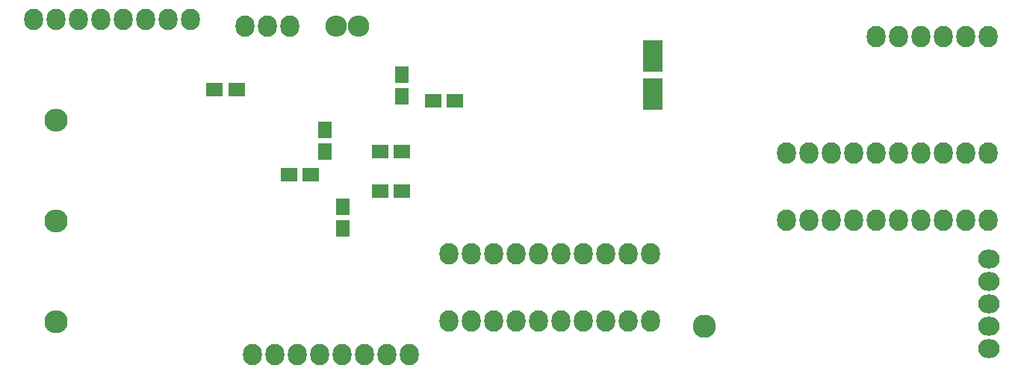
<source format=gbr>
G04 #@! TF.FileFunction,Soldermask,Bot*
%FSLAX46Y46*%
G04 Gerber Fmt 4.6, Leading zero omitted, Abs format (unit mm)*
G04 Created by KiCad (PCBNEW 4.0.3-1.fc24-product) date Sat Sep 10 15:23:13 2016*
%MOMM*%
%LPD*%
G01*
G04 APERTURE LIST*
%ADD10C,0.100000*%
%ADD11R,1.900000X1.650000*%
%ADD12R,1.650000X1.900000*%
%ADD13R,2.200860X3.549600*%
%ADD14O,2.127200X2.432000*%
%ADD15C,2.635200*%
%ADD16O,2.432000X2.432000*%
%ADD17O,2.432000X2.127200*%
%ADD18O,2.635200X2.635200*%
G04 APERTURE END LIST*
D10*
D11*
X93750000Y-67000000D03*
X91250000Y-67000000D03*
X97250000Y-61250000D03*
X99750000Y-61250000D03*
D12*
X87000000Y-73250000D03*
X87000000Y-75750000D03*
X93750000Y-60750000D03*
X93750000Y-58250000D03*
X85000000Y-67000000D03*
X85000000Y-64500000D03*
D11*
X93750000Y-71500000D03*
X91250000Y-71500000D03*
X83400000Y-69600000D03*
X80900000Y-69600000D03*
D13*
X122200000Y-60451960D03*
X122200000Y-56200000D03*
D11*
X72500000Y-60000000D03*
X75000000Y-60000000D03*
D14*
X160160000Y-54000000D03*
X157620000Y-54000000D03*
X155080000Y-54000000D03*
X152540000Y-54000000D03*
X150000000Y-54000000D03*
X147460000Y-54000000D03*
D15*
X128000000Y-86800000D03*
D16*
X86250000Y-52750000D03*
X88790000Y-52750000D03*
D17*
X160250000Y-89330000D03*
X160250000Y-86790000D03*
X160250000Y-84250000D03*
X160250000Y-81710000D03*
X160250000Y-79170000D03*
D14*
X81000000Y-52750000D03*
X78460000Y-52750000D03*
X75920000Y-52750000D03*
D18*
X54540000Y-86300000D03*
X54540000Y-74860000D03*
X54540000Y-63400000D03*
D14*
X52000000Y-52000000D03*
X54540000Y-52000000D03*
X57080000Y-52000000D03*
X59620000Y-52000000D03*
X62160000Y-52000000D03*
X64700000Y-52000000D03*
X67240000Y-52000000D03*
X69780000Y-52000000D03*
X99040000Y-86220000D03*
X101580000Y-86220000D03*
X104120000Y-86220000D03*
X106660000Y-86220000D03*
X109200000Y-86220000D03*
X111740000Y-86220000D03*
X114280000Y-86220000D03*
X116820000Y-86220000D03*
X119360000Y-86220000D03*
X121900000Y-86220000D03*
X137340000Y-74770000D03*
X139880000Y-74770000D03*
X142420000Y-74770000D03*
X144960000Y-74770000D03*
X147500000Y-74770000D03*
X150040000Y-74770000D03*
X152580000Y-74770000D03*
X155120000Y-74770000D03*
X157660000Y-74770000D03*
X160200000Y-74770000D03*
X76800000Y-90000000D03*
X79340000Y-90000000D03*
X81880000Y-90000000D03*
X84420000Y-90000000D03*
X86960000Y-90000000D03*
X89500000Y-90000000D03*
X92040000Y-90000000D03*
X94580000Y-90000000D03*
X99040000Y-78600000D03*
X101580000Y-78600000D03*
X104120000Y-78600000D03*
X106660000Y-78600000D03*
X109200000Y-78600000D03*
X111740000Y-78600000D03*
X114280000Y-78600000D03*
X116820000Y-78600000D03*
X119360000Y-78600000D03*
X121900000Y-78600000D03*
X137340000Y-67150000D03*
X139880000Y-67150000D03*
X142420000Y-67150000D03*
X144960000Y-67150000D03*
X147500000Y-67150000D03*
X150040000Y-67150000D03*
X152580000Y-67150000D03*
X155120000Y-67150000D03*
X157660000Y-67150000D03*
X160200000Y-67150000D03*
M02*

</source>
